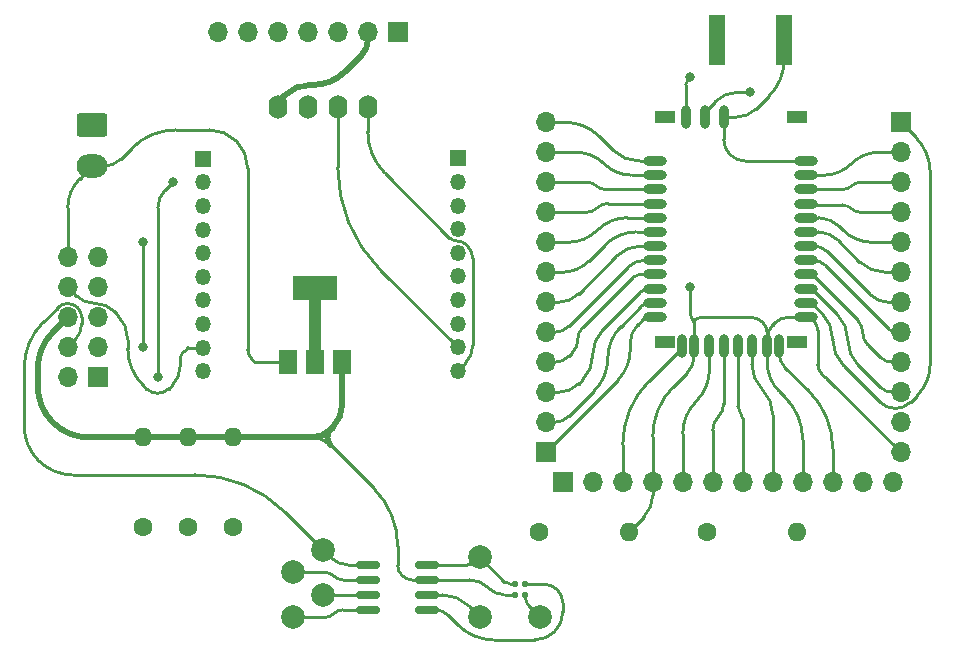
<source format=gbr>
%TF.GenerationSoftware,KiCad,Pcbnew,7.0.9*%
%TF.CreationDate,2025-10-08T14:44:38+03:00*%
%TF.ProjectId,signalgenerator-rounded,7369676e-616c-4676-956e-657261746f72,rev?*%
%TF.SameCoordinates,Original*%
%TF.FileFunction,Copper,L2,Bot*%
%TF.FilePolarity,Positive*%
%FSLAX46Y46*%
G04 Gerber Fmt 4.6, Leading zero omitted, Abs format (unit mm)*
G04 Created by KiCad (PCBNEW 7.0.9) date 2025-10-08 14:44:38*
%MOMM*%
%LPD*%
G01*
G04 APERTURE LIST*
G04 Aperture macros list*
%AMRoundRect*
0 Rectangle with rounded corners*
0 $1 Rounding radius*
0 $2 $3 $4 $5 $6 $7 $8 $9 X,Y pos of 4 corners*
0 Add a 4 corners polygon primitive as box body*
4,1,4,$2,$3,$4,$5,$6,$7,$8,$9,$2,$3,0*
0 Add four circle primitives for the rounded corners*
1,1,$1+$1,$2,$3*
1,1,$1+$1,$4,$5*
1,1,$1+$1,$6,$7*
1,1,$1+$1,$8,$9*
0 Add four rect primitives between the rounded corners*
20,1,$1+$1,$2,$3,$4,$5,0*
20,1,$1+$1,$4,$5,$6,$7,0*
20,1,$1+$1,$6,$7,$8,$9,0*
20,1,$1+$1,$8,$9,$2,$3,0*%
G04 Aperture macros list end*
%TA.AperFunction,SMDPad,CuDef*%
%ADD10C,2.000000*%
%TD*%
%TA.AperFunction,ComponentPad*%
%ADD11R,1.700000X1.700000*%
%TD*%
%TA.AperFunction,ComponentPad*%
%ADD12O,1.700000X1.700000*%
%TD*%
%TA.AperFunction,ComponentPad*%
%ADD13R,1.350000X1.350000*%
%TD*%
%TA.AperFunction,ComponentPad*%
%ADD14O,1.350000X1.350000*%
%TD*%
%TA.AperFunction,ComponentPad*%
%ADD15O,1.600000X2.000000*%
%TD*%
%TA.AperFunction,SMDPad,CuDef*%
%ADD16R,1.350000X4.200000*%
%TD*%
%TA.AperFunction,ComponentPad*%
%ADD17RoundRect,0.250000X-1.050000X0.750000X-1.050000X-0.750000X1.050000X-0.750000X1.050000X0.750000X0*%
%TD*%
%TA.AperFunction,ComponentPad*%
%ADD18O,2.600000X2.000000*%
%TD*%
%TA.AperFunction,ComponentPad*%
%ADD19C,1.600000*%
%TD*%
%TA.AperFunction,ComponentPad*%
%ADD20O,1.600000X1.600000*%
%TD*%
%TA.AperFunction,SMDPad,CuDef*%
%ADD21RoundRect,0.150000X0.825000X0.150000X-0.825000X0.150000X-0.825000X-0.150000X0.825000X-0.150000X0*%
%TD*%
%TA.AperFunction,SMDPad,CuDef*%
%ADD22O,2.000000X0.800000*%
%TD*%
%TA.AperFunction,SMDPad,CuDef*%
%ADD23O,0.800000X2.000000*%
%TD*%
%TA.AperFunction,SMDPad,CuDef*%
%ADD24R,1.800000X1.000000*%
%TD*%
%TA.AperFunction,SMDPad,CuDef*%
%ADD25R,1.500000X2.000000*%
%TD*%
%TA.AperFunction,SMDPad,CuDef*%
%ADD26R,3.800000X2.000000*%
%TD*%
%TA.AperFunction,SMDPad,CuDef*%
%ADD27RoundRect,0.125000X0.125000X-0.125000X0.125000X0.125000X-0.125000X0.125000X-0.125000X-0.125000X0*%
%TD*%
%TA.AperFunction,ViaPad*%
%ADD28C,0.800000*%
%TD*%
%TA.AperFunction,Conductor*%
%ADD29C,0.250000*%
%TD*%
%TA.AperFunction,Conductor*%
%ADD30C,0.500000*%
%TD*%
%TA.AperFunction,Conductor*%
%ADD31C,1.000000*%
%TD*%
G04 APERTURE END LIST*
D10*
%TO.P,OUT,1,1*%
%TO.N,Net-(D1-DOUT)*%
X66675000Y-74930000D03*
%TD*%
D11*
%TO.P,J5,1,Pin_1*%
%TO.N,+3.3V*%
X54610000Y-25400000D03*
D12*
%TO.P,J5,2,Pin_2*%
%TO.N,GND*%
X52070000Y-25400000D03*
%TO.P,J5,3,Pin_3*%
%TO.N,/SDA*%
X49530000Y-25400000D03*
%TO.P,J5,4,Pin_4*%
%TO.N,/SCL*%
X46990000Y-25400000D03*
%TO.P,J5,5,Pin_5*%
%TO.N,unconnected-(J5-Pin_5-Pad5)*%
X44450000Y-25400000D03*
%TO.P,J5,6,Pin_6*%
%TO.N,unconnected-(J5-Pin_6-Pad6)*%
X41910000Y-25400000D03*
%TO.P,J5,7,Pin_7*%
%TO.N,unconnected-(J5-Pin_7-Pad7)*%
X39370000Y-25400000D03*
%TD*%
D13*
%TO.P,J2,1,Pin_1*%
%TO.N,Net-(J2-Pin_1)*%
X59690000Y-36070000D03*
D14*
%TO.P,J2,2,Pin_2*%
%TO.N,Net-(J2-Pin_2)*%
X59690000Y-38070000D03*
%TO.P,J2,3,Pin_3*%
%TO.N,/SWDIO*%
X59690000Y-40070000D03*
%TO.P,J2,4,Pin_4*%
%TO.N,/UP*%
X59690000Y-42070000D03*
%TO.P,J2,5,Pin_5*%
%TO.N,/RIGHT*%
X59690000Y-44070000D03*
%TO.P,J2,6,Pin_6*%
%TO.N,/LEFT*%
X59690000Y-46070000D03*
%TO.P,J2,7,Pin_7*%
%TO.N,/DOWN*%
X59690000Y-48070000D03*
%TO.P,J2,8,Pin_8*%
%TO.N,/ENTER*%
X59690000Y-50070000D03*
%TO.P,J2,9,Pin_9*%
%TO.N,/SCL*%
X59690000Y-52070000D03*
%TO.P,J2,10,Pin_10*%
%TO.N,/SDA*%
X59690000Y-54070000D03*
%TD*%
D15*
%TO.P,Brd1,1,GND*%
%TO.N,GND*%
X44450000Y-31750000D03*
%TO.P,Brd1,2,VCC*%
%TO.N,+3.3V*%
X46990000Y-31750000D03*
%TO.P,Brd1,3,SCL*%
%TO.N,/SCL*%
X49530000Y-31750000D03*
%TO.P,Brd1,4,SDA*%
%TO.N,/SDA*%
X52070000Y-31750000D03*
%TD*%
D16*
%TO.P,J6,2,Ext*%
%TO.N,GND*%
X87311000Y-26035000D03*
X81661000Y-26035000D03*
%TD*%
D11*
%TO.P,J3,1,Pin_1*%
%TO.N,/RX*%
X29210000Y-54610000D03*
D12*
%TO.P,J3,2,Pin_2*%
%TO.N,/SWCLK*%
X26670000Y-54610000D03*
%TO.P,J3,3,Pin_3*%
%TO.N,/TX*%
X29210000Y-52070000D03*
%TO.P,J3,4,Pin_4*%
%TO.N,/SWDIO*%
X26670000Y-52070000D03*
%TO.P,J3,5,Pin_5*%
%TO.N,/TDO*%
X29210000Y-49530000D03*
%TO.P,J3,6,Pin_6*%
%TO.N,GND*%
X26670000Y-49530000D03*
%TO.P,J3,7,Pin_7*%
%TO.N,/TDI*%
X29210000Y-46990000D03*
%TO.P,J3,8,Pin_8*%
%TO.N,+3.3V*%
X26670000Y-46990000D03*
%TO.P,J3,9,Pin_9*%
%TO.N,/RST*%
X29210000Y-44450000D03*
%TO.P,J3,10,Pin_10*%
%TO.N,+5V*%
X26670000Y-44450000D03*
%TD*%
D11*
%TO.P,J7,1,Pin_1*%
%TO.N,+3.3V*%
X97200500Y-33020000D03*
D12*
%TO.P,J7,2,Pin_2*%
%TO.N,J7_11*%
X97200500Y-35560000D03*
%TO.P,J7,3,Pin_3*%
%TO.N,J7_10*%
X97200500Y-38100000D03*
%TO.P,J7,4,Pin_4*%
%TO.N,J7_9*%
X97200500Y-40640000D03*
%TO.P,J7,5,Pin_5*%
%TO.N,J7_8*%
X97200500Y-43180000D03*
%TO.P,J7,6,Pin_6*%
%TO.N,J7_7*%
X97200500Y-45720000D03*
%TO.P,J7,7,Pin_7*%
%TO.N,J7_6*%
X97200500Y-48260000D03*
%TO.P,J7,8,Pin_8*%
%TO.N,J7_5*%
X97200500Y-50800000D03*
%TO.P,J7,9,Pin_9*%
%TO.N,J7_4*%
X97200500Y-53340000D03*
%TO.P,J7,10,Pin_10*%
%TO.N,J7_3*%
X97200500Y-55880000D03*
%TO.P,J7,11,Pin_11*%
%TO.N,J7_2*%
X97200500Y-58420000D03*
%TO.P,J7,12,Pin_12*%
%TO.N,GND*%
X97200500Y-60960000D03*
%TD*%
D17*
%TO.P,J4,1,Pin_1*%
%TO.N,GND*%
X28727400Y-33248600D03*
D18*
%TO.P,J4,2,Pin_2*%
%TO.N,+5V*%
X28727400Y-36748600D03*
%TD*%
D13*
%TO.P,J1,1,Pin_1*%
%TO.N,Net-(J1-Pin_1)*%
X38100000Y-36100000D03*
D14*
%TO.P,J1,2,Pin_2*%
%TO.N,/RX*%
X38100000Y-38100000D03*
%TO.P,J1,3,Pin_3*%
%TO.N,/TX*%
X38100000Y-40100000D03*
%TO.P,J1,4,Pin_4*%
%TO.N,/RST*%
X38100000Y-42100000D03*
%TO.P,J1,5,Pin_5*%
%TO.N,Net-(J1-Pin_5)*%
X38100000Y-44100000D03*
%TO.P,J1,6,Pin_6*%
%TO.N,Net-(J1-Pin_6)*%
X38100000Y-46100000D03*
%TO.P,J1,7,Pin_7*%
%TO.N,GND*%
X38100000Y-48100000D03*
%TO.P,J1,8,Pin_8*%
%TO.N,Net-(J1-Pin_8)*%
X38100000Y-50100000D03*
%TO.P,J1,9,Pin_9*%
%TO.N,+3.3V*%
X38100000Y-52100000D03*
%TO.P,J1,10,Pin_10*%
%TO.N,Net-(J1-Pin_10)*%
X38100000Y-54100000D03*
%TD*%
D11*
%TO.P,J9,1,Pin_1*%
%TO.N,J9_1*%
X67121500Y-60960000D03*
D12*
%TO.P,J9,2,Pin_2*%
%TO.N,J9_2*%
X67121500Y-58420000D03*
%TO.P,J9,3,Pin_3*%
%TO.N,J9_3*%
X67121500Y-55880000D03*
%TO.P,J9,4,Pin_4*%
%TO.N,J9_4*%
X67121500Y-53340000D03*
%TO.P,J9,5,Pin_5*%
%TO.N,J9_5*%
X67121500Y-50800000D03*
%TO.P,J9,6,Pin_6*%
%TO.N,J9_6*%
X67121500Y-48260000D03*
%TO.P,J9,7,Pin_7*%
%TO.N,J9_7*%
X67121500Y-45720000D03*
%TO.P,J9,8,Pin_8*%
%TO.N,J9_8*%
X67121500Y-43180000D03*
%TO.P,J9,9,Pin_9*%
%TO.N,J9_9*%
X67121500Y-40640000D03*
%TO.P,J9,10,Pin_10*%
%TO.N,J9_10*%
X67121500Y-38100000D03*
%TO.P,J9,11,Pin_11*%
%TO.N,J9_11*%
X67121500Y-35560000D03*
%TO.P,J9,12,Pin_12*%
%TO.N,GND*%
X67121500Y-33020000D03*
%TD*%
D11*
%TO.P,J8,1,Pin_1*%
%TO.N,J8_1*%
X68580000Y-63500000D03*
D12*
%TO.P,J8,2,Pin_2*%
%TO.N,J8_2*%
X71120000Y-63500000D03*
%TO.P,J8,3,Pin_3*%
%TO.N,J8_3*%
X73660000Y-63500000D03*
%TO.P,J8,4,Pin_4*%
%TO.N,J8_4*%
X76200000Y-63500000D03*
%TO.P,J8,5,Pin_5*%
%TO.N,J8_5*%
X78740000Y-63500000D03*
%TO.P,J8,6,Pin_6*%
%TO.N,J8_6*%
X81280000Y-63500000D03*
%TO.P,J8,7,Pin_7*%
%TO.N,J8_7*%
X83820000Y-63500000D03*
%TO.P,J8,8,Pin_8*%
%TO.N,J8_8*%
X86360000Y-63500000D03*
%TO.P,J8,9,Pin_9*%
%TO.N,J8_9*%
X88900000Y-63500000D03*
%TO.P,J8,10,Pin_10*%
%TO.N,J8_10*%
X91440000Y-63500000D03*
%TO.P,J8,11,Pin_11*%
%TO.N,J8_11*%
X93980000Y-63500000D03*
%TO.P,J8,12,Pin_12*%
%TO.N,J8_12*%
X96520000Y-63500000D03*
%TD*%
D19*
%TO.P,R1,1*%
%TO.N,/UP*%
X33020000Y-67310000D03*
D20*
%TO.P,R1,2*%
%TO.N,GND*%
X33020000Y-59690000D03*
%TD*%
D10*
%TO.P,8,1,1*%
%TO.N,/SWDIO*%
X48260000Y-69215000D03*
%TD*%
D19*
%TO.P,R4,1*%
%TO.N,/RIGHT*%
X36830000Y-67310000D03*
D20*
%TO.P,R4,2*%
%TO.N,GND*%
X36830000Y-59690000D03*
%TD*%
D19*
%TO.P,R3,1*%
%TO.N,/LEFT*%
X40640000Y-67310000D03*
D20*
%TO.P,R3,2*%
%TO.N,GND*%
X40640000Y-59690000D03*
%TD*%
D21*
%TO.P,U4,1,PA1/PD6*%
%TO.N,Net-(D1-DIN)*%
X57085000Y-70485000D03*
%TO.P,U4,2,VSS*%
%TO.N,GND*%
X57085000Y-71755000D03*
%TO.P,U4,3,PA2*%
%TO.N,Net-(U4-PA2)*%
X57085000Y-73025000D03*
%TO.P,U4,4,VDD*%
%TO.N,+3.3V*%
X57085000Y-74295000D03*
%TO.P,U4,5,PC1*%
%TO.N,Net-(U4-PC1)*%
X52135000Y-74295000D03*
%TO.P,U4,6,PC2*%
%TO.N,Net-(U4-PC2)*%
X52135000Y-73025000D03*
%TO.P,U4,7,PC4*%
%TO.N,Net-(U4-PC4)*%
X52135000Y-71755000D03*
%TO.P,U4,8,PD1/PD4/PD5*%
%TO.N,/SWDIO*%
X52135000Y-70485000D03*
%TD*%
D19*
%TO.P,R2,1*%
%TO.N,/DOWN*%
X66548000Y-67691000D03*
D20*
%TO.P,R2,2*%
%TO.N,GND*%
X74168000Y-67691000D03*
%TD*%
D22*
%TO.P,U3,1,GND*%
%TO.N,GND*%
X89204000Y-36291000D03*
%TO.P,U3,2,SPI_MOSI*%
%TO.N,J7_11*%
X89204000Y-37491000D03*
%TO.P,U3,3,GPIO6*%
%TO.N,J7_10*%
X89204000Y-38691000D03*
%TO.P,U3,4,GPIO7*%
%TO.N,J7_9*%
X89204000Y-39891000D03*
%TO.P,U3,5,RESET*%
%TO.N,J7_8*%
X89204000Y-41091000D03*
%TO.P,U3,6,SPI_CLK*%
%TO.N,J7_7*%
X89204000Y-42291000D03*
%TO.P,U3,7,PCM_CLK*%
%TO.N,J7_6*%
X89204000Y-43491000D03*
%TO.P,U3,8,PCM_SYNC*%
%TO.N,J7_5*%
X89204000Y-44691000D03*
%TO.P,U3,9,PCM_IN*%
%TO.N,J7_4*%
X89204000Y-45891000D03*
%TO.P,U3,10,PCM_OUT*%
%TO.N,J7_3*%
X89204000Y-47091000D03*
%TO.P,U3,11,VDD*%
%TO.N,+3.3V*%
X89204000Y-48291000D03*
%TO.P,U3,12,GND*%
%TO.N,GND*%
X89204000Y-49491000D03*
%TO.P,U3,13,UART_RX*%
%TO.N,J9_1*%
X76404000Y-49491000D03*
%TO.P,U3,14,UART_TX*%
%TO.N,J9_2*%
X76404000Y-48291000D03*
%TO.P,U3,15,UART_RTS*%
%TO.N,J9_3*%
X76404000Y-47091000D03*
%TO.P,U3,16,UART_CTS*%
%TO.N,J9_4*%
X76404000Y-45891000D03*
%TO.P,U3,17,USB_D+*%
%TO.N,J9_5*%
X76404000Y-44691000D03*
%TO.P,U3,18,USB_D-*%
%TO.N,J9_6*%
X76404000Y-43491000D03*
%TO.P,U3,19,GPIO2*%
%TO.N,J9_7*%
X76404000Y-42291000D03*
%TO.P,U3,20,GPIO3*%
%TO.N,J9_8*%
X76404000Y-41091000D03*
%TO.P,U3,21,GPIO5*%
%TO.N,J9_9*%
X76404000Y-39891000D03*
%TO.P,U3,22,GPIO4*%
%TO.N,J9_10*%
X76404000Y-38691000D03*
%TO.P,U3,23,SPI_CSB*%
%TO.N,J9_11*%
X76404000Y-37491000D03*
%TO.P,U3,24,SPI_MISO*%
%TO.N,J9_12*%
X76404000Y-36291000D03*
D23*
%TO.P,U3,25,GND*%
%TO.N,GND*%
X79004000Y-32591000D03*
%TO.P,U3,26,RF_ANT*%
%TO.N,Net-(J6-In)*%
X80604000Y-32591000D03*
%TO.P,U3,27,GND*%
%TO.N,GND*%
X82204000Y-32591000D03*
%TO.P,U3,28,GND*%
X79704000Y-51991000D03*
%TO.P,U3,29,GND*%
X85904000Y-51991000D03*
%TO.P,U3,30,AIO0*%
%TO.N,J8_3*%
X78704000Y-51991000D03*
%TO.P,U3,31,GPIO8*%
%TO.N,J8_5*%
X81004000Y-51991000D03*
%TO.P,U3,32,GPIO9*%
%TO.N,J8_6*%
X82204000Y-51991000D03*
%TO.P,U3,33,GPIO10*%
%TO.N,J8_7*%
X83404000Y-51991000D03*
%TO.P,U3,34,GPIO11*%
%TO.N,J8_8*%
X84604000Y-51991000D03*
%TO.P,U3,35,AIO1*%
%TO.N,J8_10*%
X86904000Y-51991000D03*
D24*
%TO.P,U3,36,SHIELD*%
%TO.N,unconnected-(U3-SHIELD-Pad36)*%
X88404000Y-51591000D03*
X88404000Y-32591000D03*
X77204000Y-51591000D03*
X77204000Y-32591000D03*
%TD*%
D10*
%TO.P,5,1,1*%
%TO.N,Net-(U4-PC1)*%
X45720000Y-74930000D03*
%TD*%
D19*
%TO.P,R5,1*%
%TO.N,/ENTER*%
X80772000Y-67691000D03*
D20*
%TO.P,R5,2*%
%TO.N,GND*%
X88392000Y-67691000D03*
%TD*%
D10*
%TO.P,1,1,1*%
%TO.N,Net-(D1-DIN)*%
X61595000Y-69850000D03*
%TD*%
%TO.P,7,1,1*%
%TO.N,Net-(U4-PC4)*%
X45720000Y-71120000D03*
%TD*%
%TO.P,3,1,1*%
%TO.N,Net-(U4-PA2)*%
X61595000Y-74930000D03*
%TD*%
D25*
%TO.P,U2,1,GND*%
%TO.N,GND*%
X49925000Y-53315000D03*
%TO.P,U2,2,VO*%
%TO.N,+3.3V*%
X47625000Y-53315000D03*
D26*
X47625000Y-47015000D03*
D25*
%TO.P,U2,3,VI*%
%TO.N,+5V*%
X45325000Y-53315000D03*
%TD*%
D10*
%TO.P,6,1,1*%
%TO.N,Net-(U4-PC2)*%
X48260000Y-73025000D03*
%TD*%
D27*
%TO.P,D1,1,DOUT*%
%TO.N,Net-(D1-DOUT)*%
X65405000Y-73025000D03*
%TO.P,D1,2,VSS*%
%TO.N,GND*%
X64505000Y-73025000D03*
%TO.P,D1,3,DIN*%
%TO.N,Net-(D1-DIN)*%
X64505000Y-72125000D03*
%TO.P,D1,4,VDD*%
%TO.N,+3.3V*%
X65405000Y-72125000D03*
%TD*%
D28*
%TO.N,GND*%
X79375000Y-29210000D03*
X79375000Y-46990000D03*
%TO.N,/RX*%
X34290000Y-54610000D03*
X35560000Y-38100000D03*
X35560000Y-38100000D03*
%TO.N,/TX*%
X33020000Y-52070000D03*
X33020000Y-43180000D03*
%TO.N,Net-(J6-In)*%
X84455000Y-30480000D03*
%TD*%
D29*
%TO.N,Net-(D1-DIN)*%
X60510987Y-70484994D02*
G75*
G03*
X61277500Y-70167500I13J1083994D01*
G01*
X61912500Y-70167500D02*
G75*
G03*
X61277500Y-70167500I-317500J-317499D01*
G01*
X63645496Y-71900490D02*
G75*
G03*
X64187500Y-72125000I542004J541990D01*
G01*
%TO.N,Net-(D1-DOUT)*%
X65404997Y-73342500D02*
G75*
G03*
X65629507Y-73884505I766503J0D01*
G01*
%TO.N,Net-(U4-PC4)*%
X49212496Y-71437504D02*
G75*
G03*
X49979012Y-71755000I766504J766504D01*
G01*
X49212504Y-71437496D02*
G75*
G03*
X48445987Y-71120000I-766504J-766504D01*
G01*
%TO.N,Net-(U4-PC1)*%
X48445987Y-74929994D02*
G75*
G03*
X49212500Y-74612500I13J1083994D01*
G01*
X49979012Y-74295006D02*
G75*
G03*
X49212500Y-74612500I-12J-1083994D01*
G01*
%TO.N,Net-(U4-PA2)*%
X60611003Y-73946009D02*
G75*
G03*
X58387500Y-73025000I-2223503J-2223491D01*
G01*
%TO.N,GND*%
X77951999Y-55397999D02*
G75*
G03*
X76200000Y-59627702I4229701J-4229701D01*
G01*
X54610004Y-68897500D02*
G75*
G03*
X52589442Y-64019442I-6898604J0D01*
G01*
D30*
X51576080Y-27290908D02*
G75*
G03*
X52070000Y-26098500I-1192380J1192408D01*
G01*
D29*
X62285163Y-72445181D02*
G75*
G03*
X63685000Y-73025000I1399837J1399881D01*
G01*
X87833030Y-49491012D02*
G75*
G03*
X86469000Y-50056000I-30J-1928988D01*
G01*
X85904006Y-50919584D02*
G75*
G03*
X85497000Y-49937000I-1389606J-16D01*
G01*
X54610000Y-70517500D02*
G75*
G03*
X55847500Y-71755000I1237500J0D01*
G01*
D30*
X47475100Y-29845013D02*
G75*
G03*
X50115823Y-28751176I0J3734513D01*
G01*
D29*
X88900003Y-59903491D02*
G75*
G03*
X87402000Y-56287000I-5114503J-9D01*
G01*
X90788893Y-54593933D02*
G75*
G03*
X90827750Y-54610000I38807J38833D01*
G01*
X79189489Y-29395489D02*
G75*
G03*
X79004000Y-29843336I447811J-447811D01*
G01*
D30*
X47158990Y-29844996D02*
G75*
G03*
X45057900Y-30715300I10J-2971404D01*
G01*
D29*
X90866606Y-54626066D02*
G75*
G03*
X90827750Y-54610000I-38806J-38834D01*
G01*
X86388376Y-50136639D02*
G75*
G03*
X85904000Y-51306000I1169324J-1169361D01*
G01*
X62230008Y-72389992D02*
G75*
G03*
X60696974Y-71755000I-1533008J-1533008D01*
G01*
X79118877Y-54231138D02*
G75*
G03*
X79704000Y-52818500I-1412677J1412638D01*
G01*
X90170004Y-50641589D02*
G75*
G03*
X89833000Y-49828000I-1150604J-11D01*
G01*
D30*
X32893000Y-59690000D02*
G75*
G03*
X33020000Y-59563000I0J127000D01*
G01*
D29*
X33020000Y-59563000D02*
G75*
G03*
X33147000Y-59690000I127000J0D01*
G01*
X82203981Y-34452445D02*
G75*
G03*
X82742500Y-35752500I1838619J45D01*
G01*
D30*
X25399998Y-58420002D02*
G75*
G03*
X28466051Y-59690000I3066052J3066062D01*
G01*
D29*
X85496996Y-49937004D02*
G75*
G03*
X84514415Y-49530000I-982596J-982596D01*
G01*
X75436669Y-66422312D02*
G75*
G03*
X76200000Y-64579500I-1842769J1842812D01*
G01*
D30*
X49092510Y-58857510D02*
G75*
G03*
X49925000Y-56847667I-2009810J2009810D01*
G01*
D29*
X82742513Y-35752487D02*
G75*
G03*
X84042554Y-36291000I1300087J1300087D01*
G01*
X86075678Y-30764309D02*
G75*
G03*
X87311000Y-27782000I-2982278J2982309D01*
G01*
X83226500Y-32591009D02*
G75*
G03*
X84972016Y-31867983I0J2468509D01*
G01*
X79375016Y-49274361D02*
G75*
G03*
X79539500Y-49671500I561584J-39D01*
G01*
D30*
X47307500Y-59690010D02*
G75*
G03*
X48933519Y-59016480I0J2299510D01*
G01*
X47307500Y-59690000D02*
X47307500Y-59690000D01*
D29*
X48933511Y-60363527D02*
G75*
G03*
X47307500Y-59690000I-1626011J-1625973D01*
G01*
D30*
X48933520Y-59016481D02*
G75*
G03*
X48933520Y-60363518I673480J-673519D01*
G01*
D29*
X80226374Y-49529990D02*
G75*
G03*
X79857000Y-49683000I26J-522410D01*
G01*
X89599242Y-49594232D02*
G75*
G03*
X89350000Y-49491000I-249242J-249268D01*
G01*
X90170006Y-53525987D02*
G75*
G03*
X90487500Y-54292500I1083994J-13D01*
G01*
D30*
X24130001Y-55353948D02*
G75*
G03*
X25400000Y-58420000I4336049J-2D01*
G01*
X25399985Y-50799985D02*
G75*
G03*
X24130000Y-53866051I3066015J-3066015D01*
G01*
D29*
X79704010Y-50052374D02*
G75*
G03*
X79551000Y-49683000I-522410J-26D01*
G01*
X79857007Y-49683007D02*
G75*
G03*
X79704000Y-50052374I369393J-369393D01*
G01*
X79551000Y-49683000D02*
G75*
G03*
X79857000Y-49683000I153000J153002D01*
G01*
X85904005Y-53390000D02*
G75*
G03*
X86893242Y-55778242I3377495J0D01*
G01*
D30*
X33147000Y-59690000D02*
X32893000Y-59690000D01*
D29*
X76200000Y-62420500D02*
X76200000Y-64579500D01*
X89350000Y-49491000D02*
X89058000Y-49491000D01*
%TO.N,J9_12*%
X71674200Y-34209152D02*
G75*
G03*
X68803250Y-33020000I-2870900J-2870948D01*
G01*
X72819794Y-35354786D02*
G75*
G03*
X75080000Y-36291000I2260206J2260186D01*
G01*
%TO.N,+3.3V*%
X98596094Y-56146094D02*
G75*
G03*
X99695000Y-53493122I-2652994J2652994D01*
G01*
X36512496Y-52387496D02*
G75*
G03*
X36195000Y-53154012I766504J-766504D01*
G01*
X59690014Y-75564986D02*
G75*
G03*
X62756051Y-76835000I3066086J3066086D01*
G01*
X33337501Y-55562499D02*
G75*
G03*
X35242499Y-55562499I952499J952499D01*
G01*
X66225000Y-76835000D02*
G75*
G03*
X68580000Y-74480000I0J2355000D01*
G01*
X99695009Y-37278377D02*
G75*
G03*
X98447750Y-34267250I-4258409J-23D01*
G01*
X31750015Y-51444863D02*
G75*
G03*
X30845000Y-49260000I-3089915J-37D01*
G01*
X96738600Y-57245006D02*
G75*
G03*
X98033612Y-56708588I0J1831406D01*
G01*
X95443593Y-56708583D02*
G75*
G03*
X96738600Y-57245000I1295007J1294983D01*
G01*
X91440047Y-51403347D02*
G75*
G03*
X92360407Y-53625407I3142453J-53D01*
G01*
X27361488Y-47681472D02*
G75*
G03*
X28987500Y-48355000I1626012J1625972D01*
G01*
X89779699Y-48441342D02*
G75*
G03*
X89416652Y-48291000I-362999J-363058D01*
G01*
X91440020Y-51382049D02*
G75*
G03*
X90534651Y-49196348I-3091120J-51D01*
G01*
X35521473Y-55283512D02*
G75*
G03*
X36195000Y-53657500I-1625973J1626012D01*
G01*
X30613511Y-49028527D02*
G75*
G03*
X28987500Y-48355000I-1626011J-1625973D01*
G01*
X58891996Y-74766990D02*
G75*
G03*
X57752500Y-74295000I-1139496J-1139510D01*
G01*
X36844996Y-52085004D02*
G75*
G03*
X36881213Y-52100000I36204J36204D01*
G01*
X68580000Y-73712500D02*
G75*
G03*
X66992500Y-72125000I-1587500J0D01*
G01*
X36845000Y-52085000D02*
G75*
G03*
X36815000Y-52085000I-15000J-14997D01*
G01*
X31750001Y-52178948D02*
G75*
G03*
X33020000Y-55245000I4336049J-2D01*
G01*
%TO.N,J8_10*%
X91440004Y-60642500D02*
G75*
G03*
X89419442Y-55764442I-6898604J0D01*
G01*
X86903989Y-52620000D02*
G75*
G03*
X87348771Y-53693769I1518511J0D01*
G01*
%TO.N,J8_8*%
X84603992Y-53517320D02*
G75*
G03*
X85482000Y-55637000I2997708J20D01*
G01*
X86360008Y-57756679D02*
G75*
G03*
X85482000Y-55637000I-2997708J-21D01*
G01*
%TO.N,J8_7*%
X83403982Y-57074843D02*
G75*
G03*
X83612000Y-57577000I710218J43D01*
G01*
X83820018Y-58079156D02*
G75*
G03*
X83612000Y-57577000I-710218J-44D01*
G01*
%TO.N,J8_6*%
X81742010Y-57958010D02*
G75*
G03*
X81280000Y-59073366I1115390J-1115390D01*
G01*
X81741990Y-57957990D02*
G75*
G03*
X82204000Y-56842633I-1115390J1115390D01*
G01*
%TO.N,J8_5*%
X79871997Y-56652997D02*
G75*
G03*
X81004000Y-53920110I-2732897J2732897D01*
G01*
X79872003Y-56653003D02*
G75*
G03*
X78740000Y-59385889I2732897J-2732897D01*
G01*
%TO.N,J8_3*%
X75905070Y-54904942D02*
G75*
G03*
X73660000Y-60325000I5420030J-5420058D01*
G01*
X78663338Y-52146655D02*
G75*
G03*
X78704000Y-52048500I-98138J98155D01*
G01*
%TO.N,J7_11*%
X90683576Y-37490990D02*
G75*
G03*
X93014500Y-36525500I24J3296390D01*
G01*
X95345423Y-35560010D02*
G75*
G03*
X93014500Y-36525500I-23J-3296390D01*
G01*
%TO.N,J9_10*%
X71415500Y-38395500D02*
G75*
G03*
X72128900Y-38691000I713400J713400D01*
G01*
X71415500Y-38395500D02*
G75*
G03*
X70702099Y-38100000I-713400J-713400D01*
G01*
%TO.N,J9_9*%
X70590377Y-40639990D02*
G75*
G03*
X71494500Y-40265500I23J1278590D01*
G01*
X72398622Y-39891010D02*
G75*
G03*
X71494500Y-40265500I-22J-1278590D01*
G01*
%TO.N,J9_8*%
X74051146Y-41091020D02*
G75*
G03*
X71529501Y-42135501I-46J-3566080D01*
G01*
X69007853Y-43179951D02*
G75*
G03*
X71529500Y-42135500I47J3566151D01*
G01*
%TO.N,J9_7*%
X74841500Y-42290997D02*
G75*
G03*
X72174145Y-43395854I0J-3772203D01*
G01*
X68485750Y-45720031D02*
G75*
G03*
X70814669Y-44755328I-50J3293631D01*
G01*
%TO.N,J9_6*%
X75194000Y-43491000D02*
G75*
G03*
X73128400Y-44346599I0J-2921200D01*
G01*
X68168250Y-48260028D02*
G75*
G03*
X69955164Y-47519835I-50J2527128D01*
G01*
%TO.N,J9_5*%
X67850750Y-50800024D02*
G75*
G03*
X69095657Y-50284342I-50J1760624D01*
G01*
X75546500Y-44691003D02*
G75*
G03*
X74082655Y-45297344I0J-2070197D01*
G01*
%TO.N,J9_4*%
X70299018Y-50350993D02*
G75*
G03*
X69850000Y-51435000I1083982J-1084007D01*
G01*
X69400982Y-52519008D02*
G75*
G03*
X69850000Y-51435000I-1083982J1084008D01*
G01*
X75087097Y-45890999D02*
G75*
G03*
X74527000Y-46123000I3J-792101D01*
G01*
X67850750Y-53340024D02*
G75*
G03*
X69095657Y-52824342I-50J1760624D01*
G01*
%TO.N,J9_3*%
X70220981Y-54874007D02*
G75*
G03*
X71120000Y-52703604I-2170381J2170407D01*
G01*
X72019015Y-50533198D02*
G75*
G03*
X71120000Y-52703604I2170385J-2170402D01*
G01*
X75932604Y-47090988D02*
G75*
G03*
X75127880Y-47424327I-4J-1138012D01*
G01*
X68168250Y-55880028D02*
G75*
G03*
X69955164Y-55139835I-50J2527128D01*
G01*
%TO.N,J9_2*%
X73513035Y-50310588D02*
G75*
G03*
X72390000Y-53021802I2711165J-2711212D01*
G01*
X67850750Y-58420024D02*
G75*
G03*
X69095657Y-57904342I-50J1760624D01*
G01*
X71266963Y-55733014D02*
G75*
G03*
X72390000Y-53021802I-2711163J2711214D01*
G01*
X75968302Y-48291011D02*
G75*
G03*
X75224519Y-48599086I-2J-1051889D01*
G01*
%TO.N,J9_1*%
X73239082Y-54842357D02*
G75*
G03*
X74295000Y-52293250I-2549082J2549157D01*
G01*
X74949499Y-50145499D02*
G75*
G03*
X74295000Y-51725602I1580101J-1580101D01*
G01*
X76004000Y-49491004D02*
G75*
G03*
X75321157Y-49773842I0J-965696D01*
G01*
%TO.N,J7_3*%
X92710015Y-51435000D02*
G75*
G03*
X93608026Y-53603024I3066085J0D01*
G01*
X89788741Y-47243729D02*
G75*
G03*
X89420000Y-47091000I-368741J-368771D01*
G01*
X92709985Y-51435000D02*
G75*
G03*
X91811973Y-49266975I-3066085J0D01*
G01*
X95419914Y-55414886D02*
G75*
G03*
X96542750Y-55880000I1122886J1122886D01*
G01*
%TO.N,J7_4*%
X89813099Y-46050099D02*
G75*
G03*
X89429000Y-45891000I-384099J-384101D01*
G01*
X93980013Y-50826000D02*
G75*
G03*
X94410628Y-51865628I1470287J0D01*
G01*
X95419914Y-52874886D02*
G75*
G03*
X96542750Y-53340000I1122886J1122886D01*
G01*
X93979987Y-50826000D02*
G75*
G03*
X93549371Y-49786371I-1470287J0D01*
G01*
%TO.N,J7_5*%
X96196859Y-50537821D02*
G75*
G03*
X96829750Y-50800000I632941J632921D01*
G01*
X90755163Y-45096181D02*
G75*
G03*
X89777000Y-44691000I-978163J-978119D01*
G01*
%TO.N,J7_6*%
X90932492Y-43942482D02*
G75*
G03*
X89842500Y-43491000I-1089992J-1090018D01*
G01*
X94560411Y-47570377D02*
G75*
G03*
X96225250Y-48260000I1664889J1664877D01*
G01*
%TO.N,J7_7*%
X93700907Y-44805867D02*
G75*
G03*
X95907750Y-45720000I2206893J2206867D01*
G01*
X91886745Y-42991739D02*
G75*
G03*
X90195000Y-42291000I-1691745J-1691761D01*
G01*
%TO.N,J7_8*%
X92300487Y-42135513D02*
G75*
G03*
X94822146Y-43180000I2521613J2521613D01*
G01*
X91981494Y-41816488D02*
G75*
G03*
X90230000Y-41091000I-1751494J-1751512D01*
G01*
%TO.N,J7_9*%
X93027504Y-40322496D02*
G75*
G03*
X92260987Y-40005000I-766504J-766504D01*
G01*
X89711003Y-39947997D02*
G75*
G03*
X89573389Y-39891000I-137603J-137603D01*
G01*
X93027496Y-40322504D02*
G75*
G03*
X93794012Y-40640000I766504J766504D01*
G01*
X89710997Y-39948003D02*
G75*
G03*
X89848610Y-40005000I137603J137603D01*
G01*
%TO.N,J7_10*%
X92336099Y-38690999D02*
G75*
G03*
X93049499Y-38395499I1J1008899D01*
G01*
X93762900Y-38100001D02*
G75*
G03*
X93049501Y-38395501I0J-1008899D01*
G01*
%TO.N,J9_11*%
X72085507Y-36525493D02*
G75*
G03*
X69754576Y-35560000I-2330907J-2330907D01*
G01*
X72085493Y-36525507D02*
G75*
G03*
X74416423Y-37491000I2330907J2330907D01*
G01*
%TO.N,Net-(J6-In)*%
X80763099Y-31981901D02*
G75*
G03*
X80604000Y-32366000I384101J-384099D01*
G01*
X83360000Y-30480010D02*
G75*
G03*
X81490718Y-31254281I0J-2643590D01*
G01*
%TO.N,+5V*%
X27698700Y-37777300D02*
G75*
G03*
X26670000Y-40260801I2483500J-2483500D01*
G01*
X41910006Y-52255987D02*
G75*
G03*
X42227500Y-53022500I1083994J-13D01*
G01*
X42532500Y-53327500D02*
G75*
G03*
X42557500Y-53327500I12500J12502D01*
G01*
X35842505Y-33655001D02*
G75*
G03*
X32108199Y-35201799I-5J-5281099D01*
G01*
X29644400Y-36748609D02*
G75*
G03*
X31209816Y-36100183I0J2213809D01*
G01*
X42587677Y-53314991D02*
G75*
G03*
X42557500Y-53327500I23J-42709D01*
G01*
X40957511Y-34607489D02*
G75*
G03*
X38657961Y-33655000I-2299511J-2299511D01*
G01*
X41909984Y-36907038D02*
G75*
G03*
X40957500Y-34607500I-3251984J38D01*
G01*
%TO.N,/RX*%
X34924992Y-38734992D02*
G75*
G03*
X34290000Y-40268025I1533008J-1533008D01*
G01*
%TO.N,/SCL*%
X49529999Y-36830000D02*
G75*
G03*
X53122102Y-45502102I12264201J0D01*
G01*
%TO.N,/SDA*%
X60325008Y-53435008D02*
G75*
G03*
X60960000Y-51901974I-1533008J1533008D01*
G01*
X58982892Y-42777106D02*
G75*
G03*
X59690000Y-43070000I707108J707106D01*
G01*
X60959992Y-44530918D02*
G75*
G03*
X60532107Y-43497893I-1460892J18D01*
G01*
X52069997Y-33807107D02*
G75*
G03*
X53524594Y-37318808I4966303J7D01*
G01*
X60397107Y-43362893D02*
G75*
G03*
X59690000Y-43070000I-707107J-707107D01*
G01*
%TO.N,/SWDIO*%
X27500850Y-48699149D02*
G75*
G03*
X26670000Y-48355000I-830850J-830851D01*
G01*
X27257502Y-51482502D02*
G75*
G03*
X27845000Y-50064149I-1418362J1418352D01*
G01*
X48894992Y-69850008D02*
G75*
G03*
X50428025Y-70485000I1533008J1533008D01*
G01*
X26670000Y-48355000D02*
G75*
G03*
X25839150Y-48699150I0J-1175000D01*
G01*
X24584138Y-49954138D02*
G75*
G03*
X22985000Y-53814837I3860662J-3860662D01*
G01*
X22985005Y-58742337D02*
G75*
G03*
X24192501Y-61657499I4122665J-3D01*
G01*
X24192511Y-61657489D02*
G75*
G03*
X27107662Y-62865000I2915189J2915189D01*
G01*
X27845000Y-49529999D02*
G75*
G03*
X27500850Y-48699149I-1175000J-1D01*
G01*
X45084997Y-66040003D02*
G75*
G03*
X37419871Y-62865000I-7665127J-7665117D01*
G01*
%TO.N,GND*%
X79189500Y-29395500D02*
X79375000Y-29210000D01*
X79004000Y-29843336D02*
X79004000Y-32591000D01*
X79375000Y-46990000D02*
X79375000Y-49274361D01*
X79539500Y-49671500D02*
X79551000Y-49683000D01*
%TO.N,Net-(D1-DOUT)*%
X65629506Y-73884506D02*
X66675000Y-74930000D01*
X65405000Y-73342500D02*
X65405000Y-73025000D01*
%TO.N,+3.3V*%
X59690000Y-75565000D02*
X58891993Y-74766993D01*
X57752500Y-74295000D02*
X57085000Y-74295000D01*
X62756051Y-76835000D02*
X66225000Y-76835000D01*
X68580000Y-74480000D02*
X68580000Y-73712500D01*
X66992500Y-72125000D02*
X65405000Y-72125000D01*
%TO.N,/SWDIO*%
X25839149Y-48699149D02*
X24584149Y-49954149D01*
X27257500Y-51482500D02*
X26670000Y-52070000D01*
X48260000Y-69215000D02*
X45085000Y-66040000D01*
X27845000Y-50064149D02*
X27845000Y-49529999D01*
X27107662Y-62865000D02*
X37419871Y-62865000D01*
X48895000Y-69850000D02*
X48260000Y-69215000D01*
X22985000Y-53814837D02*
X22985000Y-58742337D01*
X50428025Y-70485000D02*
X52135000Y-70485000D01*
%TO.N,/SDA*%
X60960000Y-51901974D02*
X60960000Y-44530918D01*
X60532107Y-43497893D02*
X60397107Y-43362893D01*
X60325000Y-53435000D02*
X59690000Y-54070000D01*
X52070000Y-33807107D02*
X52070000Y-31750000D01*
X58982892Y-42777106D02*
X53524594Y-37318808D01*
%TO.N,/SCL*%
X49530000Y-36830000D02*
X49530000Y-31750000D01*
X53122102Y-45502102D02*
X59690000Y-52070000D01*
%TO.N,/RX*%
X34290000Y-40268025D02*
X34290000Y-54610000D01*
X35560000Y-38100000D02*
X34925000Y-38735000D01*
%TO.N,/TX*%
X33020000Y-43180000D02*
X33020000Y-52070000D01*
%TO.N,+5V*%
X42227500Y-53022500D02*
X42532500Y-53327500D01*
X26670000Y-40260801D02*
X26670000Y-44450000D01*
X41910000Y-52255987D02*
X41910000Y-36907038D01*
X42587677Y-53315000D02*
X45325000Y-53315000D01*
X35842505Y-33655000D02*
X38657961Y-33655000D01*
X29644400Y-36748600D02*
X28727400Y-36748600D01*
X32108199Y-35201799D02*
X31209816Y-36100183D01*
X27698700Y-37777300D02*
X28727400Y-36748600D01*
%TO.N,Net-(J6-In)*%
X80763098Y-31981900D02*
X81490718Y-31254281D01*
X84455000Y-30480000D02*
X83360000Y-30480000D01*
X80604000Y-32366000D02*
X80604000Y-32591000D01*
%TO.N,J9_11*%
X69754576Y-35560000D02*
X67121500Y-35560000D01*
X74416423Y-37491000D02*
X76404000Y-37491000D01*
%TO.N,J7_10*%
X93762900Y-38100000D02*
X97200500Y-38100000D01*
X92336099Y-38691000D02*
X89204000Y-38691000D01*
%TO.N,J7_9*%
X89573389Y-39891000D02*
X89204000Y-39891000D01*
X93794012Y-40640000D02*
X97200500Y-40640000D01*
X92260987Y-40005000D02*
X89848610Y-40005000D01*
%TO.N,J7_8*%
X90230000Y-41091000D02*
X89204000Y-41091000D01*
X92300500Y-42135500D02*
X91981491Y-41816491D01*
X94822146Y-43180000D02*
X97200500Y-43180000D01*
%TO.N,J7_7*%
X95907750Y-45720000D02*
X97200500Y-45720000D01*
X90195000Y-42291000D02*
X89204000Y-42291000D01*
X93700887Y-44805887D02*
X91886742Y-42991742D01*
%TO.N,J7_6*%
X89842500Y-43491000D02*
X89204000Y-43491000D01*
X90932487Y-43942487D02*
X94560394Y-47570394D01*
X96225250Y-48260000D02*
X97200500Y-48260000D01*
%TO.N,J7_5*%
X89777000Y-44691000D02*
X89204000Y-44691000D01*
X96196840Y-50537840D02*
X90755172Y-45096172D01*
X96829750Y-50800000D02*
X97200500Y-50800000D01*
%TO.N,J7_4*%
X94410628Y-51865628D02*
X95419900Y-52874900D01*
X89813099Y-46050099D02*
X93549371Y-49786371D01*
X89429000Y-45891000D02*
X89204000Y-45891000D01*
X96542750Y-53340000D02*
X97200500Y-53340000D01*
%TO.N,J7_3*%
X93608025Y-53603025D02*
X95419900Y-55414900D01*
X96542750Y-55880000D02*
X97200500Y-55880000D01*
X89420000Y-47091000D02*
X89204000Y-47091000D01*
X89788735Y-47243735D02*
X91811974Y-49266974D01*
%TO.N,J9_1*%
X73239112Y-54842387D02*
X67121500Y-60960000D01*
X74949499Y-50145499D02*
X75321157Y-49773842D01*
X74295000Y-52293250D02*
X74295000Y-51725602D01*
X76004000Y-49491000D02*
X76404000Y-49491000D01*
%TO.N,J9_2*%
X67850750Y-58420000D02*
X67121500Y-58420000D01*
X69095657Y-57904342D02*
X71266974Y-55733025D01*
X73513025Y-50310578D02*
X75224518Y-48599085D01*
X75968302Y-48291000D02*
X76404000Y-48291000D01*
%TO.N,J9_3*%
X72019012Y-50533195D02*
X75127880Y-47424327D01*
X68168250Y-55880000D02*
X67121500Y-55880000D01*
X70220986Y-54874012D02*
X69955164Y-55139835D01*
X75932604Y-47091000D02*
X76404000Y-47091000D01*
%TO.N,J9_4*%
X67850750Y-53340000D02*
X67121500Y-53340000D01*
X75087097Y-45891000D02*
X76404000Y-45891000D01*
X74527000Y-46123000D02*
X74295000Y-46355000D01*
X70299012Y-50350987D02*
X74258847Y-46391153D01*
X69400986Y-52519012D02*
X69095657Y-52824342D01*
%TO.N,J9_5*%
X75546500Y-44691000D02*
X76404000Y-44691000D01*
X69095657Y-50284342D02*
X74082655Y-45297344D01*
X67850750Y-50800000D02*
X67121500Y-50800000D01*
%TO.N,J9_6*%
X75194000Y-43491000D02*
X76404000Y-43491000D01*
X73128400Y-44346599D02*
X69955164Y-47519835D01*
X68168250Y-48260000D02*
X67121500Y-48260000D01*
%TO.N,J9_7*%
X68485750Y-45720000D02*
X67121500Y-45720000D01*
X74841500Y-42291000D02*
X76404000Y-42291000D01*
X72174145Y-43395854D02*
X70814670Y-44755329D01*
%TO.N,J9_8*%
X74051146Y-41091000D02*
X76404000Y-41091000D01*
X69007853Y-43180000D02*
X67121500Y-43180000D01*
%TO.N,J9_9*%
X70590377Y-40640000D02*
X67121500Y-40640000D01*
X72398622Y-39891000D02*
X76404000Y-39891000D01*
%TO.N,J9_10*%
X70702099Y-38100000D02*
X67121500Y-38100000D01*
X72128900Y-38691000D02*
X76404000Y-38691000D01*
%TO.N,J7_11*%
X90683576Y-37491000D02*
X89204000Y-37491000D01*
X95345423Y-35560000D02*
X97200500Y-35560000D01*
%TO.N,J8_3*%
X73660000Y-60325000D02*
X73660000Y-63500000D01*
X78704000Y-52048500D02*
X78704000Y-51991000D01*
X75905063Y-54904935D02*
X78663341Y-52146658D01*
%TO.N,J8_5*%
X78740000Y-59385889D02*
X78740000Y-63500000D01*
X81004000Y-53920110D02*
X81004000Y-51991000D01*
%TO.N,J8_6*%
X81280000Y-59073366D02*
X81280000Y-63500000D01*
X82204000Y-56842633D02*
X82204000Y-51991000D01*
%TO.N,J8_7*%
X83820000Y-58079156D02*
X83820000Y-63500000D01*
X83404000Y-57074843D02*
X83404000Y-51991000D01*
%TO.N,J8_8*%
X84604000Y-53517320D02*
X84604000Y-51991000D01*
X86360000Y-57756679D02*
X86360000Y-63500000D01*
%TO.N,J8_10*%
X86904000Y-52620000D02*
X86904000Y-51991000D01*
X89419442Y-55764442D02*
X87348770Y-53693770D01*
X91440000Y-60642500D02*
X91440000Y-63500000D01*
%TO.N,+3.3V*%
X36881213Y-52100000D02*
X38100000Y-52100000D01*
X99695000Y-53493122D02*
X99695000Y-37278377D01*
X31750000Y-51444863D02*
X31750000Y-52178948D01*
X36195000Y-53154012D02*
X36195000Y-53657500D01*
X36512500Y-52387500D02*
X36815000Y-52085000D01*
X89416652Y-48291000D02*
X89204000Y-48291000D01*
X98447750Y-34267250D02*
X97200500Y-33020000D01*
X30845000Y-49260000D02*
X30613519Y-49028519D01*
X91440000Y-51403347D02*
X91440000Y-51382049D01*
X89779673Y-48441368D02*
X90534652Y-49196347D01*
X27361480Y-47681480D02*
X26670000Y-46990000D01*
D31*
X47625000Y-53315000D02*
X47625000Y-47015000D01*
D29*
X33337500Y-55562500D02*
X33020000Y-55245000D01*
X35242499Y-55562499D02*
X35521480Y-55283519D01*
X98596100Y-56146100D02*
X98033612Y-56708588D01*
X95443588Y-56708588D02*
X92360407Y-53625407D01*
%TO.N,J9_12*%
X75080000Y-36291000D02*
X76404000Y-36291000D01*
X68803250Y-33020000D02*
X67121500Y-33020000D01*
X71674176Y-34209176D02*
X72819790Y-35354790D01*
%TO.N,GND*%
X84042554Y-36291000D02*
X89204000Y-36291000D01*
X87833030Y-49491000D02*
X89058000Y-49491000D01*
D30*
X25400000Y-50800000D02*
X26670000Y-49530000D01*
D29*
X77951999Y-55397999D02*
X79118869Y-54231130D01*
X82204000Y-34452445D02*
X82204000Y-32591000D01*
X90788913Y-54593913D02*
X90487500Y-54292500D01*
X28727400Y-33248600D02*
X29184600Y-33248600D01*
D30*
X32893000Y-59690000D02*
X28466051Y-59690000D01*
D29*
X85904000Y-51306000D02*
X85904000Y-51991000D01*
X87402000Y-56287000D02*
X86893242Y-55778242D01*
X90170000Y-50641589D02*
X90170000Y-53525987D01*
X85904000Y-51991000D02*
X85904000Y-53390000D01*
X79704000Y-51991000D02*
X79704000Y-50052374D01*
D30*
X49925000Y-56847667D02*
X49925000Y-53315000D01*
D29*
X33020000Y-59563000D02*
X33020000Y-59436000D01*
X85904000Y-50919584D02*
X85904000Y-51991000D01*
X63685000Y-73025000D02*
X64505000Y-73025000D01*
X87311000Y-27782000D02*
X87311000Y-26035000D01*
X89833000Y-49828000D02*
X89599237Y-49594237D01*
X54610000Y-68897500D02*
X54610000Y-70517500D01*
X86468999Y-50055999D02*
X86388368Y-50136631D01*
D30*
X49092499Y-58857499D02*
X48933519Y-59016480D01*
X24130000Y-55353948D02*
X24130000Y-53866051D01*
D29*
X79704000Y-52818500D02*
X79704000Y-51991000D01*
X60696974Y-71755000D02*
X57085000Y-71755000D01*
X86075684Y-30764315D02*
X84972016Y-31867983D01*
X62285172Y-72445172D02*
X62230000Y-72390000D01*
X55847500Y-71755000D02*
X57085000Y-71755000D01*
X84514415Y-49530000D02*
X80226374Y-49530000D01*
X83226500Y-32591000D02*
X82204000Y-32591000D01*
X52589442Y-64019442D02*
X48933519Y-60363519D01*
D30*
X51576085Y-27290913D02*
X50115823Y-28751176D01*
X47475100Y-29845000D02*
X47158990Y-29845000D01*
X45057900Y-30715300D02*
X44187600Y-31585600D01*
D29*
X76200000Y-59627702D02*
X76200000Y-62420500D01*
X90866586Y-54626086D02*
X97200500Y-60960000D01*
D30*
X47307500Y-59690000D02*
X46355000Y-59690000D01*
D29*
X88900000Y-59903491D02*
X88900000Y-63500000D01*
X75436678Y-66422321D02*
X74168000Y-67691000D01*
D30*
X52070000Y-26098500D02*
X52070000Y-25400000D01*
X33147000Y-59690000D02*
X47307500Y-59690000D01*
D29*
%TO.N,Net-(U4-PA2)*%
X58387500Y-73025000D02*
X57085000Y-73025000D01*
X60611006Y-73946006D02*
X61595000Y-74930000D01*
%TO.N,Net-(U4-PC1)*%
X48445987Y-74930000D02*
X45720000Y-74930000D01*
X49979012Y-74295000D02*
X52135000Y-74295000D01*
%TO.N,Net-(U4-PC2)*%
X48260000Y-73025000D02*
X52135000Y-73025000D01*
%TO.N,Net-(U4-PC4)*%
X49979012Y-71755000D02*
X52135000Y-71755000D01*
X48445987Y-71120000D02*
X45720000Y-71120000D01*
%TO.N,Net-(D1-DIN)*%
X61912500Y-70167500D02*
X63645493Y-71900493D01*
X60510987Y-70485000D02*
X57085000Y-70485000D01*
X64187500Y-72125000D02*
X64505000Y-72125000D01*
%TD*%
M02*

</source>
